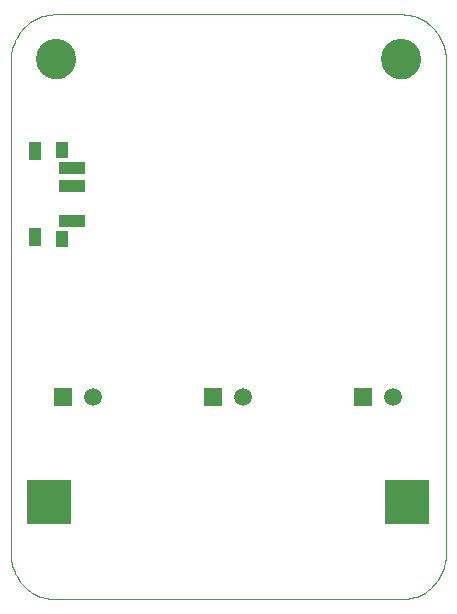
<source format=gbs>
G75*
G70*
%OFA0B0*%
%FSLAX24Y24*%
%IPPOS*%
%LPD*%
%AMOC8*
5,1,8,0,0,1.08239X$1,22.5*
%
%ADD10C,0.0000*%
%ADD11C,0.1340*%
%ADD12R,0.0867X0.0395*%
%ADD13R,0.0395X0.0552*%
%ADD14R,0.0395X0.0631*%
%ADD15R,0.1497X0.1497*%
%ADD16R,0.0595X0.0595*%
%ADD17C,0.0595*%
D10*
X000656Y002155D02*
X000656Y018655D01*
X001526Y018655D02*
X001528Y018705D01*
X001534Y018755D01*
X001544Y018804D01*
X001558Y018852D01*
X001575Y018899D01*
X001596Y018944D01*
X001621Y018988D01*
X001649Y019029D01*
X001681Y019068D01*
X001715Y019105D01*
X001752Y019139D01*
X001792Y019169D01*
X001834Y019196D01*
X001878Y019220D01*
X001924Y019241D01*
X001971Y019257D01*
X002019Y019270D01*
X002069Y019279D01*
X002118Y019284D01*
X002169Y019285D01*
X002219Y019282D01*
X002268Y019275D01*
X002317Y019264D01*
X002365Y019249D01*
X002411Y019231D01*
X002456Y019209D01*
X002499Y019183D01*
X002540Y019154D01*
X002579Y019122D01*
X002615Y019087D01*
X002647Y019049D01*
X002677Y019009D01*
X002704Y018966D01*
X002727Y018922D01*
X002746Y018876D01*
X002762Y018828D01*
X002774Y018779D01*
X002782Y018730D01*
X002786Y018680D01*
X002786Y018630D01*
X002782Y018580D01*
X002774Y018531D01*
X002762Y018482D01*
X002746Y018434D01*
X002727Y018388D01*
X002704Y018344D01*
X002677Y018301D01*
X002647Y018261D01*
X002615Y018223D01*
X002579Y018188D01*
X002540Y018156D01*
X002499Y018127D01*
X002456Y018101D01*
X002411Y018079D01*
X002365Y018061D01*
X002317Y018046D01*
X002268Y018035D01*
X002219Y018028D01*
X002169Y018025D01*
X002118Y018026D01*
X002069Y018031D01*
X002019Y018040D01*
X001971Y018053D01*
X001924Y018069D01*
X001878Y018090D01*
X001834Y018114D01*
X001792Y018141D01*
X001752Y018171D01*
X001715Y018205D01*
X001681Y018242D01*
X001649Y018281D01*
X001621Y018322D01*
X001596Y018366D01*
X001575Y018411D01*
X001558Y018458D01*
X001544Y018506D01*
X001534Y018555D01*
X001528Y018605D01*
X001526Y018655D01*
X000656Y018655D02*
X000658Y018731D01*
X000664Y018807D01*
X000673Y018882D01*
X000687Y018957D01*
X000704Y019031D01*
X000725Y019104D01*
X000749Y019176D01*
X000778Y019247D01*
X000809Y019316D01*
X000844Y019383D01*
X000883Y019448D01*
X000925Y019512D01*
X000970Y019573D01*
X001018Y019632D01*
X001069Y019688D01*
X001123Y019742D01*
X001179Y019793D01*
X001238Y019841D01*
X001299Y019886D01*
X001363Y019928D01*
X001428Y019967D01*
X001495Y020002D01*
X001564Y020033D01*
X001635Y020062D01*
X001707Y020086D01*
X001780Y020107D01*
X001854Y020124D01*
X001929Y020138D01*
X002004Y020147D01*
X002080Y020153D01*
X002156Y020155D01*
X013656Y020155D01*
X013026Y018655D02*
X013028Y018705D01*
X013034Y018755D01*
X013044Y018804D01*
X013058Y018852D01*
X013075Y018899D01*
X013096Y018944D01*
X013121Y018988D01*
X013149Y019029D01*
X013181Y019068D01*
X013215Y019105D01*
X013252Y019139D01*
X013292Y019169D01*
X013334Y019196D01*
X013378Y019220D01*
X013424Y019241D01*
X013471Y019257D01*
X013519Y019270D01*
X013569Y019279D01*
X013618Y019284D01*
X013669Y019285D01*
X013719Y019282D01*
X013768Y019275D01*
X013817Y019264D01*
X013865Y019249D01*
X013911Y019231D01*
X013956Y019209D01*
X013999Y019183D01*
X014040Y019154D01*
X014079Y019122D01*
X014115Y019087D01*
X014147Y019049D01*
X014177Y019009D01*
X014204Y018966D01*
X014227Y018922D01*
X014246Y018876D01*
X014262Y018828D01*
X014274Y018779D01*
X014282Y018730D01*
X014286Y018680D01*
X014286Y018630D01*
X014282Y018580D01*
X014274Y018531D01*
X014262Y018482D01*
X014246Y018434D01*
X014227Y018388D01*
X014204Y018344D01*
X014177Y018301D01*
X014147Y018261D01*
X014115Y018223D01*
X014079Y018188D01*
X014040Y018156D01*
X013999Y018127D01*
X013956Y018101D01*
X013911Y018079D01*
X013865Y018061D01*
X013817Y018046D01*
X013768Y018035D01*
X013719Y018028D01*
X013669Y018025D01*
X013618Y018026D01*
X013569Y018031D01*
X013519Y018040D01*
X013471Y018053D01*
X013424Y018069D01*
X013378Y018090D01*
X013334Y018114D01*
X013292Y018141D01*
X013252Y018171D01*
X013215Y018205D01*
X013181Y018242D01*
X013149Y018281D01*
X013121Y018322D01*
X013096Y018366D01*
X013075Y018411D01*
X013058Y018458D01*
X013044Y018506D01*
X013034Y018555D01*
X013028Y018605D01*
X013026Y018655D01*
X013656Y020155D02*
X013732Y020153D01*
X013808Y020147D01*
X013883Y020138D01*
X013958Y020124D01*
X014032Y020107D01*
X014105Y020086D01*
X014177Y020062D01*
X014248Y020033D01*
X014317Y020002D01*
X014384Y019967D01*
X014449Y019928D01*
X014513Y019886D01*
X014574Y019841D01*
X014633Y019793D01*
X014689Y019742D01*
X014743Y019688D01*
X014794Y019632D01*
X014842Y019573D01*
X014887Y019512D01*
X014929Y019448D01*
X014968Y019383D01*
X015003Y019316D01*
X015034Y019247D01*
X015063Y019176D01*
X015087Y019104D01*
X015108Y019031D01*
X015125Y018957D01*
X015139Y018882D01*
X015148Y018807D01*
X015154Y018731D01*
X015156Y018655D01*
X015156Y002155D01*
X015154Y002079D01*
X015148Y002003D01*
X015139Y001928D01*
X015125Y001853D01*
X015108Y001779D01*
X015087Y001706D01*
X015063Y001634D01*
X015034Y001563D01*
X015003Y001494D01*
X014968Y001427D01*
X014929Y001362D01*
X014887Y001298D01*
X014842Y001237D01*
X014794Y001178D01*
X014743Y001122D01*
X014689Y001068D01*
X014633Y001017D01*
X014574Y000969D01*
X014513Y000924D01*
X014449Y000882D01*
X014384Y000843D01*
X014317Y000808D01*
X014248Y000777D01*
X014177Y000748D01*
X014105Y000724D01*
X014032Y000703D01*
X013958Y000686D01*
X013883Y000672D01*
X013808Y000663D01*
X013732Y000657D01*
X013656Y000655D01*
X002156Y000655D01*
X002080Y000657D01*
X002004Y000663D01*
X001929Y000672D01*
X001854Y000686D01*
X001780Y000703D01*
X001707Y000724D01*
X001635Y000748D01*
X001564Y000777D01*
X001495Y000808D01*
X001428Y000843D01*
X001363Y000882D01*
X001299Y000924D01*
X001238Y000969D01*
X001179Y001017D01*
X001123Y001068D01*
X001069Y001122D01*
X001018Y001178D01*
X000970Y001237D01*
X000925Y001298D01*
X000883Y001362D01*
X000844Y001427D01*
X000809Y001494D01*
X000778Y001563D01*
X000749Y001634D01*
X000725Y001706D01*
X000704Y001779D01*
X000687Y001853D01*
X000673Y001928D01*
X000664Y002003D01*
X000658Y002079D01*
X000656Y002155D01*
D11*
X002156Y018655D03*
X013656Y018655D03*
D12*
X002693Y015041D03*
X002693Y014450D03*
X002693Y013269D03*
D13*
X002358Y012679D03*
X002358Y015631D03*
D14*
X001453Y015592D03*
X001453Y012718D03*
D15*
X001941Y003905D03*
X013870Y003905D03*
D16*
X012406Y007405D03*
X007406Y007405D03*
X002406Y007405D03*
D17*
X003406Y007405D03*
X008406Y007405D03*
X013406Y007405D03*
M02*

</source>
